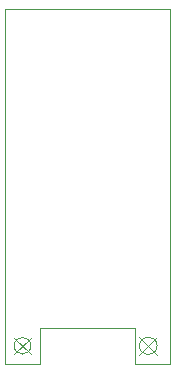
<source format=gm1>
%TF.GenerationSoftware,KiCad,Pcbnew,(6.0.5-0)*%
%TF.CreationDate,2022-06-14T21:43:59-04:00*%
%TF.ProjectId,pico_ducky_pcb,7069636f-5f64-4756-936b-795f7063622e,rev?*%
%TF.SameCoordinates,Original*%
%TF.FileFunction,Profile,NP*%
%FSLAX46Y46*%
G04 Gerber Fmt 4.6, Leading zero omitted, Abs format (unit mm)*
G04 Created by KiCad (PCBNEW (6.0.5-0)) date 2022-06-14 21:43:59*
%MOMM*%
%LPD*%
G01*
G04 APERTURE LIST*
%TA.AperFunction,Profile*%
%ADD10C,0.100000*%
%TD*%
G04 APERTURE END LIST*
D10*
X80000000Y-70000000D02*
X81500000Y-70000000D01*
X91000000Y-67000000D02*
X91000000Y-70000000D01*
X80000000Y-40000000D02*
X80000000Y-70000000D01*
X81500000Y-70000000D02*
X83000000Y-70000000D01*
X83000000Y-67000000D02*
X91000000Y-67000000D01*
X91000000Y-70000000D02*
X94000000Y-70000000D01*
X94000000Y-40000000D02*
X80000000Y-40000000D01*
X83000000Y-70000000D02*
X83000000Y-67000000D01*
X94000000Y-70000000D02*
X94000000Y-40000000D01*
X82200000Y-68500000D02*
G75*
G03*
X82200000Y-68500000I-700000J0D01*
G01*
X80800000Y-67800000D02*
X82200000Y-69200000D01*
X80800000Y-69200000D02*
X82200000Y-67800000D01*
X92900000Y-68500000D02*
G75*
G03*
X92900000Y-68500000I-750000J0D01*
G01*
X91400000Y-67750000D02*
X92900000Y-69250000D01*
X91400000Y-69250000D02*
X92900000Y-67750000D01*
M02*

</source>
